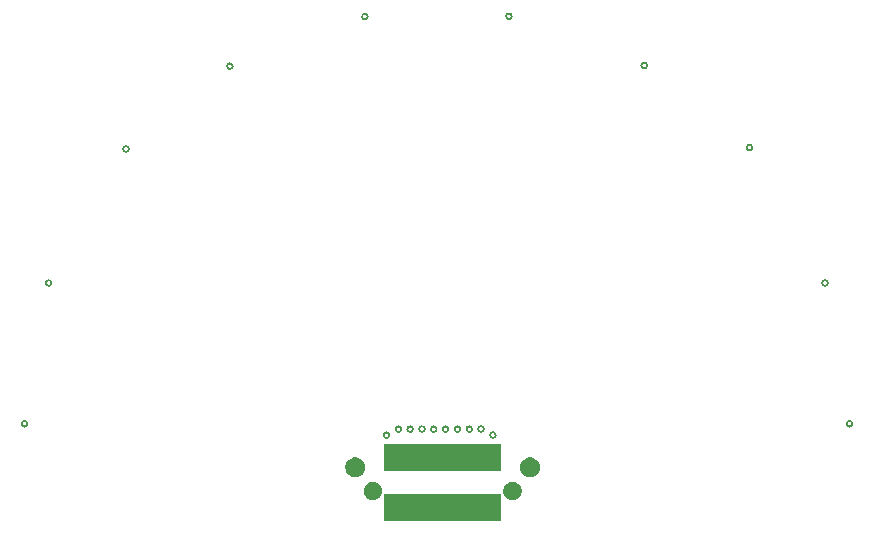
<source format=gbr>
G04 #@! TF.GenerationSoftware,KiCad,Pcbnew,(5.1.5)-3*
G04 #@! TF.CreationDate,2020-01-16T14:49:26-07:00*
G04 #@! TF.ProjectId,Station06,53746174-696f-46e3-9036-2e6b69636164,rev?*
G04 #@! TF.SameCoordinates,Original*
G04 #@! TF.FileFunction,Soldermask,Bot*
G04 #@! TF.FilePolarity,Negative*
%FSLAX46Y46*%
G04 Gerber Fmt 4.6, Leading zero omitted, Abs format (unit mm)*
G04 Created by KiCad (PCBNEW (5.1.5)-3) date 2020-01-16 14:49:26*
%MOMM*%
%LPD*%
G04 APERTURE LIST*
%ADD10C,0.152400*%
%ADD11C,0.100000*%
G04 APERTURE END LIST*
D10*
X166721300Y-71660000D02*
G75*
G03X166721300Y-71660000I-241300J0D01*
G01*
X113931300Y-71790000D02*
G75*
G03X113931300Y-71790000I-241300J0D01*
G01*
X175178720Y-95056960D02*
G75*
G03X175178720Y-95056960I-241300J0D01*
G01*
X173103540Y-83126580D02*
G75*
G03X173103540Y-83126580I-241300J0D01*
G01*
X157817820Y-64709040D02*
G75*
G03X157817820Y-64709040I-241300J0D01*
G01*
X146354800Y-60553600D02*
G75*
G03X146354800Y-60553600I-241300J0D01*
G01*
X134160260Y-60568840D02*
G75*
G03X134160260Y-60568840I-241300J0D01*
G01*
X122722640Y-64770000D02*
G75*
G03X122722640Y-64770000I-241300J0D01*
G01*
X107381040Y-83129120D02*
G75*
G03X107381040Y-83129120I-241300J0D01*
G01*
X105343960Y-95051880D02*
G75*
G03X105343960Y-95051880I-241300J0D01*
G01*
X144991300Y-96000000D02*
G75*
G03X144991300Y-96000000I-241300J0D01*
G01*
X143991300Y-95500000D02*
G75*
G03X143991300Y-95500000I-241300J0D01*
G01*
X142991300Y-95500000D02*
G75*
G03X142991300Y-95500000I-241300J0D01*
G01*
X141991300Y-95500000D02*
G75*
G03X141991300Y-95500000I-241300J0D01*
G01*
X140991300Y-95500000D02*
G75*
G03X140991300Y-95500000I-241300J0D01*
G01*
X139991300Y-95500000D02*
G75*
G03X139991300Y-95500000I-241300J0D01*
G01*
X138991300Y-95500000D02*
G75*
G03X138991300Y-95500000I-241300J0D01*
G01*
X137991300Y-95500000D02*
G75*
G03X137991300Y-95500000I-241300J0D01*
G01*
X136991300Y-95500000D02*
G75*
G03X136991300Y-95500000I-241300J0D01*
G01*
X135991300Y-96000000D02*
G75*
G03X135991300Y-96000000I-241300J0D01*
G01*
D11*
G36*
X145505553Y-100950481D02*
G01*
X145486611Y-100966026D01*
X145471066Y-100984968D01*
X145459515Y-101006579D01*
X145452402Y-101030028D01*
X145450000Y-101054413D01*
X145450000Y-103250000D01*
X135550000Y-103250000D01*
X135550000Y-101054413D01*
X135547598Y-101030027D01*
X135540485Y-101006578D01*
X135528934Y-100984967D01*
X135513389Y-100966025D01*
X135494447Y-100950480D01*
X135493549Y-100950000D01*
X145506453Y-100950000D01*
X145505553Y-100950481D01*
G37*
G36*
X146646348Y-99993820D02*
G01*
X146646350Y-99993821D01*
X146646351Y-99993821D01*
X146787574Y-100052317D01*
X146787577Y-100052319D01*
X146914669Y-100137239D01*
X147022761Y-100245331D01*
X147107681Y-100372423D01*
X147107683Y-100372426D01*
X147166179Y-100513649D01*
X147166180Y-100513652D01*
X147196000Y-100663569D01*
X147196000Y-100816431D01*
X147169432Y-100950000D01*
X147166179Y-100966351D01*
X147107683Y-101107574D01*
X147107681Y-101107577D01*
X147022761Y-101234669D01*
X146914669Y-101342761D01*
X146787577Y-101427681D01*
X146787574Y-101427683D01*
X146646351Y-101486179D01*
X146646350Y-101486179D01*
X146646348Y-101486180D01*
X146496431Y-101516000D01*
X146343569Y-101516000D01*
X146193652Y-101486180D01*
X146193650Y-101486179D01*
X146193649Y-101486179D01*
X146052426Y-101427683D01*
X146052423Y-101427681D01*
X145925331Y-101342761D01*
X145817239Y-101234669D01*
X145732319Y-101107577D01*
X145732317Y-101107574D01*
X145690483Y-101006577D01*
X145678931Y-100984967D01*
X145663386Y-100966025D01*
X145644444Y-100950480D01*
X145622833Y-100938929D01*
X145599384Y-100931816D01*
X145585596Y-100930458D01*
X145588447Y-100928934D01*
X145607389Y-100913389D01*
X145622934Y-100894447D01*
X145634485Y-100872836D01*
X145641598Y-100849387D01*
X145644000Y-100825001D01*
X145644000Y-100663569D01*
X145673820Y-100513652D01*
X145673821Y-100513649D01*
X145732317Y-100372426D01*
X145732319Y-100372423D01*
X145817239Y-100245331D01*
X145925331Y-100137239D01*
X146052423Y-100052319D01*
X146052426Y-100052317D01*
X146193649Y-99993821D01*
X146193650Y-99993821D01*
X146193652Y-99993820D01*
X146343569Y-99964000D01*
X146496431Y-99964000D01*
X146646348Y-99993820D01*
G37*
G36*
X134806348Y-99993820D02*
G01*
X134806350Y-99993821D01*
X134806351Y-99993821D01*
X134947574Y-100052317D01*
X134947577Y-100052319D01*
X135074669Y-100137239D01*
X135182761Y-100245331D01*
X135267681Y-100372423D01*
X135267683Y-100372426D01*
X135326179Y-100513649D01*
X135326180Y-100513652D01*
X135356000Y-100663569D01*
X135356000Y-100825001D01*
X135358402Y-100849387D01*
X135365515Y-100872836D01*
X135377066Y-100894447D01*
X135392611Y-100913389D01*
X135411553Y-100928934D01*
X135414404Y-100930458D01*
X135400615Y-100931816D01*
X135377166Y-100938929D01*
X135355555Y-100950480D01*
X135336613Y-100966025D01*
X135321068Y-100984967D01*
X135309517Y-101006577D01*
X135267683Y-101107574D01*
X135267681Y-101107577D01*
X135182761Y-101234669D01*
X135074669Y-101342761D01*
X134947577Y-101427681D01*
X134947574Y-101427683D01*
X134806351Y-101486179D01*
X134806350Y-101486179D01*
X134806348Y-101486180D01*
X134656431Y-101516000D01*
X134503569Y-101516000D01*
X134353652Y-101486180D01*
X134353650Y-101486179D01*
X134353649Y-101486179D01*
X134212426Y-101427683D01*
X134212423Y-101427681D01*
X134085331Y-101342761D01*
X133977239Y-101234669D01*
X133892319Y-101107577D01*
X133892317Y-101107574D01*
X133833821Y-100966351D01*
X133830569Y-100950000D01*
X133804000Y-100816431D01*
X133804000Y-100663569D01*
X133833820Y-100513652D01*
X133833821Y-100513649D01*
X133892317Y-100372426D01*
X133892319Y-100372423D01*
X133977239Y-100245331D01*
X134085331Y-100137239D01*
X134212423Y-100052319D01*
X134212426Y-100052317D01*
X134353649Y-99993821D01*
X134353650Y-99993821D01*
X134353652Y-99993820D01*
X134503569Y-99964000D01*
X134656431Y-99964000D01*
X134806348Y-99993820D01*
G37*
G36*
X148143228Y-97921703D02*
G01*
X148298100Y-97985853D01*
X148437481Y-98078985D01*
X148556015Y-98197519D01*
X148649147Y-98336900D01*
X148713297Y-98491772D01*
X148746000Y-98656184D01*
X148746000Y-98823816D01*
X148713297Y-98988228D01*
X148649147Y-99143100D01*
X148556015Y-99282481D01*
X148437481Y-99401015D01*
X148298100Y-99494147D01*
X148143228Y-99558297D01*
X147978816Y-99591000D01*
X147811184Y-99591000D01*
X147646772Y-99558297D01*
X147491900Y-99494147D01*
X147352519Y-99401015D01*
X147233985Y-99282481D01*
X147140853Y-99143100D01*
X147076703Y-98988228D01*
X147044000Y-98823816D01*
X147044000Y-98656184D01*
X147076703Y-98491772D01*
X147140853Y-98336900D01*
X147233985Y-98197519D01*
X147352519Y-98078985D01*
X147491900Y-97985853D01*
X147646772Y-97921703D01*
X147811184Y-97889000D01*
X147978816Y-97889000D01*
X148143228Y-97921703D01*
G37*
G36*
X133353228Y-97921703D02*
G01*
X133508100Y-97985853D01*
X133647481Y-98078985D01*
X133766015Y-98197519D01*
X133859147Y-98336900D01*
X133923297Y-98491772D01*
X133956000Y-98656184D01*
X133956000Y-98823816D01*
X133923297Y-98988228D01*
X133859147Y-99143100D01*
X133766015Y-99282481D01*
X133647481Y-99401015D01*
X133508100Y-99494147D01*
X133353228Y-99558297D01*
X133188816Y-99591000D01*
X133021184Y-99591000D01*
X132856772Y-99558297D01*
X132701900Y-99494147D01*
X132562519Y-99401015D01*
X132443985Y-99282481D01*
X132350853Y-99143100D01*
X132286703Y-98988228D01*
X132254000Y-98823816D01*
X132254000Y-98656184D01*
X132286703Y-98491772D01*
X132350853Y-98336900D01*
X132443985Y-98197519D01*
X132562519Y-98078985D01*
X132701900Y-97985853D01*
X132856772Y-97921703D01*
X133021184Y-97889000D01*
X133188816Y-97889000D01*
X133353228Y-97921703D01*
G37*
G36*
X145450000Y-99050000D02*
G01*
X135550000Y-99050000D01*
X135550000Y-96750000D01*
X145450000Y-96750000D01*
X145450000Y-99050000D01*
G37*
M02*

</source>
